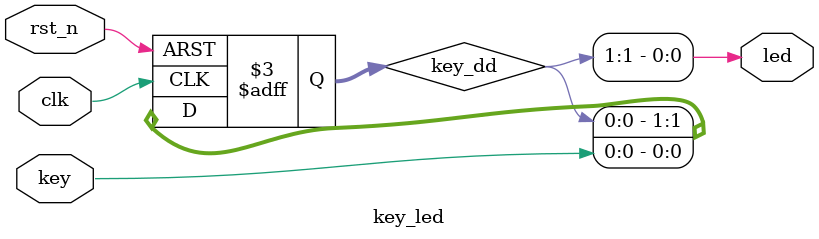
<source format=v>
`timescale 1ns / 1ps
module key_led(
	input 	wire			clk 	,
	input 	wire 			rst_n 	,
	input 	wire 		 	key 	,
	output 	wire 			led 
    );

// 对输入的信号进行打拍，消除亚稳态
reg 	[1:0]	key_dd 	;

always @(posedge clk or negedge rst_n) begin
	if (rst_n==1'b0) begin
		key_dd <= 2'b11;
	end
	else begin
		key_dd <= {key_dd[0],key};
	end
end

// 输出的led为打拍过后的结果
assign led = key_dd[1] ;

endmodule

</source>
